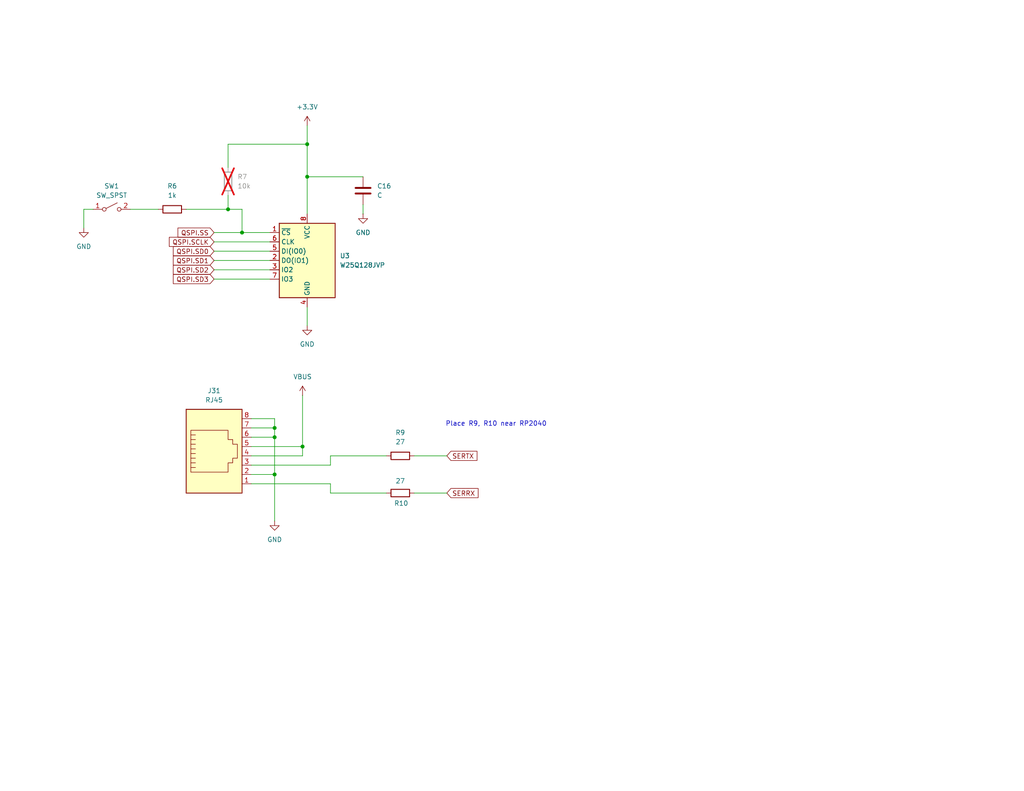
<source format=kicad_sch>
(kicad_sch (version 20231120) (generator "eeschema") (generator_version "8.0")
  (paper "A")
  (title_block (title "Jolt 2 - Left"))
  (lib_symbols
    (symbol "Connector:RJ45" (pin_names (offset 1.016))
      (property "Reference" "J" (at -5.08 13.97 0))
      (property "Value" "RJ45" (at 2.54 13.97 0))
      (symbol "RJ45_0_1"
        (polyline (pts (xy -5.08 4.445) (xy -6.35 4.445)))
        (polyline (pts (xy -5.08 5.715) (xy -6.35 5.715)))
        (polyline (pts (xy -6.35 -3.175) (xy -5.08 -3.175) (xy -5.08 -3.175)))
        (polyline (pts (xy -6.35 -1.905) (xy -5.08 -1.905) (xy -5.08 -1.905)))
        (polyline (pts (xy -6.35 -0.635) (xy -5.08 -0.635) (xy -5.08 -0.635)))
        (polyline (pts (xy -6.35 0.635) (xy -5.08 0.635) (xy -5.08 0.635)))
        (polyline (pts (xy -6.35 1.905) (xy -5.08 1.905) (xy -5.08 1.905)))
        (polyline (pts (xy -5.08 3.175) (xy -6.35 3.175) (xy -6.35 3.175)))
        (polyline (pts (xy -6.35 -4.445) (xy -6.35 6.985) (xy 3.81 6.985) (xy 3.81 4.445) (xy 5.08 4.445) (xy 5.08 3.175) (xy 6.35 3.175) (xy 6.35 -0.635) (xy 5.08 -0.635) (xy 5.08 -1.905) (xy 3.81 -1.905) (xy 3.81 -4.445) (xy -6.35 -4.445) (xy -6.35 -4.445)))
        (rectangle (start 7.62 12.7) (end -7.62 -10.16) (stroke (width 0.254)) (fill (type background)))
      )
      (symbol "RJ45_1_1"
        (pin passive line (at 10.16 -7.62 180) (length 2.54) (name "~") (number "1"))
        (pin passive line (at 10.16 -5.08 180) (length 2.54) (name "~") (number "2"))
        (pin passive line (at 10.16 -2.54 180) (length 2.54) (name "~") (number "3"))
        (pin passive line (at 10.16 0 180) (length 2.54) (name "~") (number "4"))
        (pin passive line (at 10.16 2.54 180) (length 2.54) (name "~") (number "5"))
        (pin passive line (at 10.16 5.08 180) (length 2.54) (name "~") (number "6"))
        (pin passive line (at 10.16 7.62 180) (length 2.54) (name "~") (number "7"))
        (pin passive line (at 10.16 10.16 180) (length 2.54) (name "~") (number "8"))
      )
    )
    (symbol "Device:C" (pin_numbers hide) (pin_names (offset 0.254))
      (property "Reference" "C" (at 0.635 2.54 0))
      (property "Value" "C" (at 0.635 -2.54 0))
      (symbol "C_0_1"
        (polyline (pts (xy -2.032 -0.762) (xy 2.032 -0.762)) (stroke (width 0.508)))
        (polyline (pts (xy -2.032 0.762) (xy 2.032 0.762)) (stroke (width 0.508)))
      )
      (symbol "C_1_1"
        (pin passive line (at 0 3.81 270) (length 2.794) (name "~") (number "1"))
        (pin passive line (at 0 -3.81 90) (length 2.794) (name "~") (number "2"))
      )
    )
    (symbol "Device:R" (pin_numbers hide) (pin_names (offset 0))
      (property "Reference" "R" (at 2.032 0 90))
      (property "Value" "R" (at 0 0 90))
      (symbol "R_0_1"
        (rectangle (start -1.016 -2.54) (end 1.016 2.54) (stroke (width 0.254)))
      )
      (symbol "R_1_1"
        (pin passive line (at 0 3.81 270) (length 1.27) (name "~") (number "1"))
        (pin passive line (at 0 -3.81 90) (length 1.27) (name "~") (number "2"))
      )
    )
    (symbol "Memory_Flash:W25Q128JVP"
      (property "Reference" "U" (at -6.35 11.43 0))
      (property "Value" "W25Q128JVP" (at 7.62 11.43 0))
      (symbol "W25Q128JVP_0_1"
        (rectangle (start -7.62 10.16) (end 7.62 -10.16) (stroke (width 0.254)) (fill (type background)))
      )
      (symbol "W25Q128JVP_1_1"
        (pin input line (at -10.16 7.62 0) (length 2.54) (name "~{CS}") (number "1"))
        (pin bidirectional line (at -10.16 0 0) (length 2.54) (name "DO(IO1)") (number "2"))
        (pin bidirectional line (at -10.16 -2.54 0) (length 2.54) (name "IO2") (number "3"))
        (pin power_in line (at 0 -12.7 90) (length 2.54) (name "GND") (number "4"))
        (pin bidirectional line (at -10.16 2.54 0) (length 2.54) (name "DI(IO0)") (number "5"))
        (pin input line (at -10.16 5.08 0) (length 2.54) (name "CLK") (number "6"))
        (pin bidirectional line (at -10.16 -5.08 0) (length 2.54) (name "IO3") (number "7"))
        (pin power_in line (at 0 12.7 270) (length 2.54) (name "VCC") (number "8"))
      )
    )
    (symbol "Switch:SW_SPST" (pin_names (offset 0) hide)
      (property "Reference" "SW" (at 0 3.175 0))
      (property "Value" "SW_SPST" (at 0 -2.54 0))
      (symbol "SW_SPST_0_0"
        (circle (center -2.032 0) (radius 0.508))
        (polyline (pts (xy -1.524 0.254) (xy 1.524 1.778)))
        (circle (center 2.032 0) (radius 0.508))
      )
      (symbol "SW_SPST_1_1"
        (pin passive line (at -5.08 0 0) (length 2.54) (name "A") (number "1"))
        (pin passive line (at 5.08 0 180) (length 2.54) (name "B") (number "2"))
      )
    )
    (symbol "power:+3.3V" (power) (pin_numbers hide) (pin_names (offset 0) hide)
      (property "Value" "+3.3V" (at 0 3.556 0))
      (symbol "+3.3V_0_1"
        (polyline (pts (xy -0.762 1.27) (xy 0 2.54)))
        (polyline (pts (xy 0 0) (xy 0 2.54)))
        (polyline (pts (xy 0 2.54) (xy 0.762 1.27)))
      )
      (symbol "+3.3V_1_1"
        (pin power_in line (at 0 0 90) (length 0) (name "~") (number "1"))
      )
    )
    (symbol "power:GND" (power) (pin_numbers hide) (pin_names (offset 0) hide)
      (property "Value" "GND" (at 0 -3.81 0))
      (symbol "GND_0_1"
        (polyline (pts (xy 0 0) (xy 0 -1.27) (xy 1.27 -1.27) (xy 0 -2.54) (xy -1.27 -1.27) (xy 0 -1.27)))
      )
      (symbol "GND_1_1"
        (pin power_in line (at 0 0 270) (length 0) (name "~") (number "1"))
      )
    )
    (symbol "power:VBUS" (power) (pin_numbers hide) (pin_names (offset 0) hide)
      (property "Value" "VBUS" (at 0 3.556 0))
      (symbol "VBUS_0_1"
        (polyline (pts (xy -0.762 1.27) (xy 0 2.54)))
        (polyline (pts (xy 0 0) (xy 0 2.54)))
        (polyline (pts (xy 0 2.54) (xy 0.762 1.27)))
      )
      (symbol "VBUS_1_1"
        (pin power_in line (at 0 0 90) (length 0) (name "~") (number "1"))
      )
    )
  )
  (junction (at 66.04 63.5))
  (junction (at 74.93 129.54))
  (junction (at 82.55 121.92))
  (junction (at 74.93 119.38))
  (junction (at 62.23 57.15))
  (junction (at 74.93 116.84))
  (junction (at 83.82 39.37))
  (junction (at 83.82 48.26))
  (wire (pts (xy 58.42 68.58) (xy 73.66 68.58)))
  (wire (pts (xy 113.03 124.46) (xy 121.92 124.46)))
  (wire (pts (xy 74.93 116.84) (xy 74.93 119.38)))
  (wire (pts (xy 74.93 129.54) (xy 74.93 142.24)))
  (wire (pts (xy 68.58 132.08) (xy 90.17 132.08)))
  (wire (pts (xy 68.58 129.54) (xy 74.93 129.54)))
  (wire (pts (xy 68.58 116.84) (xy 74.93 116.84)))
  (wire (pts (xy 68.58 121.92) (xy 82.55 121.92)))
  (wire (pts (xy 22.86 57.15) (xy 22.86 62.23)))
  (wire (pts (xy 83.82 48.26) (xy 99.06 48.26)))
  (wire (pts (xy 25.4 57.15) (xy 22.86 57.15)))
  (wire (pts (xy 90.17 134.62) (xy 105.41 134.62)))
  (wire (pts (xy 74.93 114.3) (xy 74.93 116.84)))
  (wire (pts (xy 68.58 114.3) (xy 74.93 114.3)))
  (wire (pts (xy 58.42 66.04) (xy 73.66 66.04)))
  (wire (pts (xy 58.42 76.2) (xy 73.66 76.2)))
  (wire (pts (xy 90.17 132.08) (xy 90.17 134.62)))
  (wire (pts (xy 90.17 127) (xy 90.17 124.46)))
  (wire (pts (xy 74.93 119.38) (xy 74.93 129.54)))
  (wire (pts (xy 62.23 45.72) (xy 62.23 39.37)))
  (wire (pts (xy 82.55 124.46) (xy 82.55 121.92)))
  (wire (pts (xy 68.58 124.46) (xy 82.55 124.46)))
  (wire (pts (xy 83.82 39.37) (xy 83.82 48.26)))
  (wire (pts (xy 66.04 57.15) (xy 66.04 63.5)))
  (wire (pts (xy 83.82 83.82) (xy 83.82 88.9)))
  (wire (pts (xy 83.82 48.26) (xy 83.82 58.42)))
  (wire (pts (xy 82.55 107.95) (xy 82.55 121.92)))
  (wire (pts (xy 58.42 71.12) (xy 73.66 71.12)))
  (wire (pts (xy 62.23 57.15) (xy 66.04 57.15)))
  (wire (pts (xy 50.8 57.15) (xy 62.23 57.15)))
  (wire (pts (xy 68.58 127) (xy 90.17 127)))
  (wire (pts (xy 66.04 63.5) (xy 73.66 63.5)))
  (wire (pts (xy 35.56 57.15) (xy 43.18 57.15)))
  (wire (pts (xy 62.23 39.37) (xy 83.82 39.37)))
  (wire (pts (xy 58.42 73.66) (xy 73.66 73.66)))
  (wire (pts (xy 68.58 119.38) (xy 74.93 119.38)))
  (wire (pts (xy 90.17 124.46) (xy 105.41 124.46)))
  (wire (pts (xy 62.23 53.34) (xy 62.23 57.15)))
  (wire (pts (xy 83.82 34.29) (xy 83.82 39.37)))
  (wire (pts (xy 99.06 55.88) (xy 99.06 58.42)))
  (wire (pts (xy 113.03 134.62) (xy 121.92 134.62)))
  (wire (pts (xy 58.42 63.5) (xy 66.04 63.5)))
  (text "Place R9, R10 near RP2040" (at 135.382 115.824 0) (effects (font (size 1.27 1.27))))
  (global_label "QSPI.SD2" (shape input) (at 58.42 73.66 180) (property "Intersheetrefs" "${INTERSHEET_REFS}" (effects (hide yes))))
  (global_label "QSPI.SS" (shape input) (at 58.42 63.5 180) (property "Intersheetrefs" "${INTERSHEET_REFS}" (effects (hide yes))))
  (global_label "QSPI.SD3" (shape input) (at 58.42 76.2 180) (property "Intersheetrefs" "${INTERSHEET_REFS}" (effects (hide yes))))
  (global_label "QSPI.SCLK" (shape input) (at 58.42 66.04 180) (property "Intersheetrefs" "${INTERSHEET_REFS}" (effects (hide yes))))
  (global_label "SERRX" (shape input) (at 121.92 134.62 0) (property "Intersheetrefs" "${INTERSHEET_REFS}" (effects (hide yes))))
  (global_label "QSPI.SD1" (shape input) (at 58.42 71.12 180) (property "Intersheetrefs" "${INTERSHEET_REFS}" (effects (hide yes))))
  (global_label "QSPI.SD0" (shape input) (at 58.42 68.58 180) (property "Intersheetrefs" "${INTERSHEET_REFS}" (effects (hide yes))))
  (global_label "SERTX" (shape input) (at 121.92 124.46 0) (property "Intersheetrefs" "${INTERSHEET_REFS}" (effects (hide yes))))
  (symbol (lib_id "Switch:SW_SPST") (at 30.48 57.15 0) (unit 1)
    (property "Reference" "SW1" (at 30.48 50.8 0))
    (property "Value" "SW_SPST" (at 30.48 53.34 0))
    (property "Footprint" "Button_Switch_SMD:SW_Push_1P1T_NO_CK_KMR2" (effects (hide yes)))
    (property "Description" "Single Pole Single Throw (SPST) switch" (effects (hide yes)))
  )
  (symbol (lib_id "Device:C") (at 99.06 52.07 0) (unit 1)
    (property "Reference" "C16" (at 102.87 50.7999 0) (effects (justify left)))
    (property "Value" "C" (at 102.87 53.3399 0) (effects (justify left)))
    (property "Footprint" "Capacitor_SMD:C_0603_1608Metric" (effects (hide yes)))
    (property "Description" "Unpolarized capacitor" (effects (hide yes)))
  )
  (symbol (lib_id "power:GND") (at 74.93 142.24 0) (unit 1)
    (property "Reference" "#PWR028" (effects (hide yes)))
    (property "Value" "GND" (at 74.93 147.32 0))
    (property "Description" "Power symbol creates a global label with name \"GND\" , ground" (effects (hide yes)))
  )
  (symbol (lib_id "Memory_Flash:W25Q128JVP") (at 83.82 71.12 0) (unit 1)
    (property "Reference" "U3" (at 92.71 69.8499 0) (effects (justify left)))
    (property "Value" "W25Q128JVP" (at 92.71 72.3899 0) (effects (justify left)))
    (property "Footprint" "Package_SON:WSON-8-1EP_6x5mm_P1.27mm_EP3.4x4.3mm" (effects (hide yes)))
    (property "Datasheet" "https://www.winbond.com/resource-files/w25q128jv_dtr%20revc%2003272018%20plus.pdf" (effects (hide yes)))
    (property "Description" "128Mb Serial Flash Memory, Standard/Dual/Quad SPI, WSON-8" (effects (hide yes)))
  )
  (symbol (lib_id "Device:R") (at 109.22 124.46 90) (unit 1)
    (property "Reference" "R9" (at 109.22 118.11 90))
    (property "Value" "27" (at 109.22 120.65 90))
    (property "Footprint" "Resistor_SMD:R_0603_1608Metric_Pad0.98x0.95mm_HandSolder" (effects (hide yes)))
    (property "Description" "Resistor" (effects (hide yes)))
  )
  (symbol (lib_id "power:VBUS") (at 82.55 107.95 0) (unit 1)
    (property "Reference" "#PWR027" (effects (hide yes)))
    (property "Value" "VBUS" (at 82.55 102.87 0))
    (property "Description" "Power symbol creates a global label with name \"VBUS\"" (effects (hide yes)))
  )
  (symbol (lib_id "power:GND") (at 99.06 58.42 0) (unit 1)
    (property "Reference" "#PWR018" (effects (hide yes)))
    (property "Value" "GND" (at 99.06 63.5 0))
    (property "Description" "Power symbol creates a global label with name \"GND\" , ground" (effects (hide yes)))
  )
  (symbol (lib_id "power:+3.3V") (at 83.82 34.29 0) (unit 1)
    (property "Reference" "#PWR016" (effects (hide yes)))
    (property "Value" "+3.3V" (at 83.82 29.21 0))
    (property "Description" "Power symbol creates a global label with name \"+3.3V\"" (effects (hide yes)))
  )
  (symbol (lib_id "Device:R") (at 46.99 57.15 90) (unit 1)
    (property "Reference" "R6" (at 46.99 50.8 90))
    (property "Value" "1k" (at 46.99 53.34 90))
    (property "Footprint" "Resistor_SMD:R_0603_1608Metric" (effects (hide yes)))
    (property "Description" "Resistor" (effects (hide yes)))
  )
  (symbol (lib_id "Device:R") (at 109.22 134.62 90) (unit 1)
    (property "Reference" "R10" (at 109.474 137.414 90))
    (property "Value" "27" (at 109.22 131.318 90))
    (property "Footprint" "Resistor_SMD:R_0603_1608Metric_Pad0.98x0.95mm_HandSolder" (effects (hide yes)))
    (property "Description" "Resistor" (effects (hide yes)))
  )
  (symbol (lib_id "power:GND") (at 22.86 62.23 0) (unit 1)
    (property "Reference" "#PWR019" (effects (hide yes)))
    (property "Value" "GND" (at 22.86 67.31 0))
    (property "Description" "Power symbol creates a global label with name \"GND\" , ground" (effects (hide yes)))
  )
  (symbol (lib_id "Device:R") (at 62.23 49.53 180) (unit 1) (dnp yes)
    (property "Reference" "R7" (at 64.77 48.2599 0) (effects (justify right)))
    (property "Value" "10k" (at 64.77 50.7999 0) (effects (justify right)))
    (property "Footprint" "Resistor_SMD:R_0603_1608Metric" (effects (hide yes)))
    (property "Description" "Resistor" (effects (hide yes)))
  )
  (symbol (lib_id "power:GND") (at 83.82 88.9 0) (unit 1)
    (property "Reference" "#PWR017" (effects (hide yes)))
    (property "Value" "GND" (at 83.82 93.98 0))
    (property "Description" "Power symbol creates a global label with name \"GND\" , ground" (effects (hide yes)))
  )
  (symbol (lib_id "Connector:RJ45") (at 58.42 124.46 0) (unit 1)
    (property "Reference" "J31" (at 58.42 106.68 0))
    (property "Value" "RJ45" (at 58.42 109.22 0))
    (property "Footprint" "Connector_RJ:RJ45_Amphenol_54602-x08_Horizontal" (effects (hide yes)))
    (property "Description" "RJ connector, 8P8C (8 positions 8 connected)" (effects (hide yes)))
  )
)
</source>
